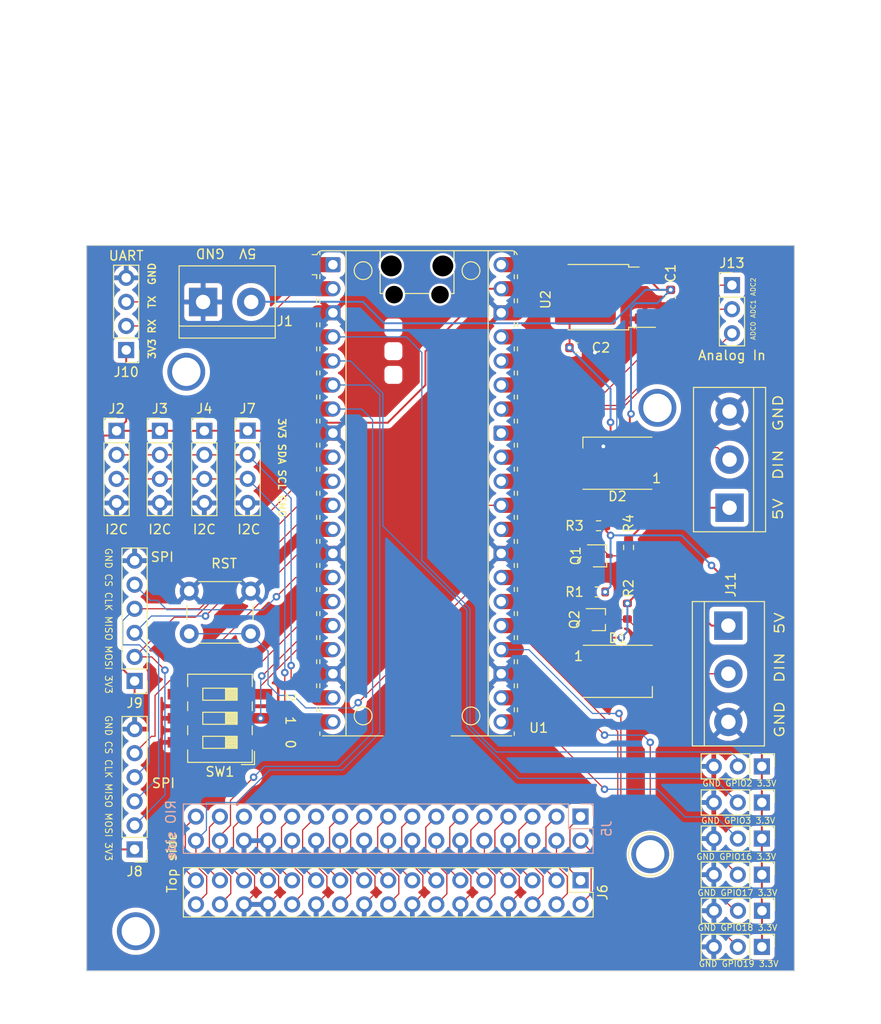
<source format=kicad_pcb>
(kicad_pcb (version 20221018) (generator pcbnew)
  (layers (0 "F.Cu" signal) (31 "B.Cu" signal) (34 "B.Paste" user) (35 "F.Paste" user) (36 "B.SilkS" user "B.Silkscreen") (37 "F.SilkS" user "F.Silkscreen") (38 "B.Mask" user) (39 "F.Mask" user) (44 "Edge.Cuts" user))
  (net 0 "")
  (net 7 "+5V")
  (net 8 "GND")
  (net 9 "+3.3V")
  (net 10 "Net-(D1-DOUT)")
  (net 11 "Net-(D1-DIN)")
  (net 12 "Net-(D2-DOUT)")
  (net 13 "Net-(D2-DIN)")
  (net 14 "/I2C1_SDA")
  (net 15 "/I2C1_SCL")
  (net 16 "/MXP_AO0")
  (net 17 "/MXP_AI0")
  (net 18 "/MXP_AO1")
  (net 19 "/MXP_AI1")
  (net 20 "AGND")
  (net 21 "/MXP_AI2")
  (net 22 "/MXP_AI3")
  (net 23 "/MXP_NAVX_UART_RX")
  (net 24 "/MXP_DIO0")
  (net 25 "/MXP_DIO1")
  (net 26 "/MXP_NAVX_UART_TX")
  (net 27 "/MXP_DIO2")
  (net 28 "/MXP_DIO3")
  (net 29 "/MXP_DIO11")
  (net 30 "/MXP_NAVX_CS")
  (net 31 "/MXP_SPI_CLK")
  (net 32 "/MXP_DIO12")
  (net 33 "/MXP_CIPO")
  (net 34 "/MXP_SPI_COPI")
  (net 35 "/MXP_DIO13")
  (net 36 "/MXP_PWM0")
  (net 37 "/MXP_PWM1")
  (net 38 "/MXP_PWM2")
  (net 39 "/MXP_I2C_SCL")
  (net 40 "/MXP_I2C_SDA")
  (net 41 "/UART0_RX")
  (net 42 "/UART0_TX")
  (net 43 "Net-(Q1-B)")
  (net 44 "/RGB_LED1")
  (net 45 "Net-(Q2-B)")
  (net 46 "/RGB_LED0")
  (net 47 "/ADDR_SW0")
  (net 48 "/ADDR_SW1")
  (net 49 "/ADDR_SW2")
  (net 50 "Net-(U1-RUN)")
  (net 51 "/SPI1_MOSI")
  (net 52 "/SPI1_MISO")
  (net 53 "/SPI1_CLK")
  (net 54 "/SPI1_CS0")
  (net 55 "/SPI1_CS1")
  (net 56 "/MXP_+5V")
  (net 57 "/MXP_+3.3V")
  (net 58 "/ADC2")
  (net 59 "/ADC1")
  (net 60 "/ADC0")
  (net 61 "/GPIO2")
  (net 62 "/GPIO3")
  (net 63 "/GPIO16")
  (net 64 "/GPIO17")
  (net 65 "/GPIO18")
  (net 66 "/GPIO19")
  (footprint "Connector_PinHeader_2.54mm:PinHeader_1x04_P2.54mm_Vertical" (layer "F.Cu") (at 111.633 81.417)
    (fp_text reference "J4")
    (fp_text value "I2C 2" hide)
  )
  (footprint "Package_TO_SOT_SMD:TO-252-2" (layer "F.Cu") (at 153.162 67.31 180)
    (fp_text reference "U2")
    (fp_text value "NCP1117-3.3_TO252" hide)
  )
  (footprint "Connector_PinHeader_2.54mm:PinHeader_1x06_P2.54mm_Vertical" (layer "F.Cu") (at 104.267 107.823 180)
    (fp_text reference "J9")
    (fp_text value "SPI")
  )
  (footprint "Capacitor_SMD:C_0603_1608Metric" (layer "F.Cu") (at 160.909 67.31 -90)
    (fp_text reference "C1")
    (fp_text value "10uF")
  )
  (footprint "TerminalBlock:TerminalBlock_bornier-3_P5.08mm" (layer "F.Cu") (at 167.005 101.981 -90)
    (fp_text reference "J11")
    (fp_text value "LED 0")
  )
  (footprint "Connector_PinHeader_2.54mm:PinHeader_1x03_P2.54mm_Vertical" (layer "F.Cu") (at 170.561 132.08 -90)
    (fp_text reference "J21" hide)
    (fp_text value "Conn_01x03_Pin" hide)
  )
  (footprint "Connector_PinHeader_2.54mm:PinHeader_1x03_P2.54mm_Vertical" (layer "F.Cu") (at 170.546 120.65 -90)
    (fp_text reference "J18" hide)
    (fp_text value "Conn_01x03_Pin" hide)
  )
  (footprint "Connector_PinHeader_2.54mm:PinHeader_1x03_P2.54mm_Vertical" (layer "F.Cu") (at 170.546 124.46 -90)
    (fp_text reference "J19" hide)
    (fp_text value "Conn_01x03_Pin" hide)
  )
  (footprint "Connector_PinHeader_2.54mm:PinHeader_1x03_P2.54mm_Vertical" (layer "F.Cu") (at 170.546 128.27 -90)
    (fp_text reference "J20" hide)
    (fp_text value "Conn_01x03_Pin" hide)
  )
  (footprint "TestPoint:TestPoint_Plated_Hole_D3.0mm" (layer "F.Cu") (at 158.75 126.111)
    (fp_text reference "H1" hide)
    (fp_text value "TestPoint_Plated_Hole_D3.0mm" hide)
  )
  (footprint "TerminalBlock:TerminalBlock_bornier-2_P5.08mm" (layer "F.Cu") (at 111.506 67.818)
    (fp_text reference "J1")
    (fp_text value "5V in")
  )
  (footprint "Module_RaspberryPi_Pico:RaspberryPi_Pico_Common" (layer "F.Cu") (at 134.112 88.011)
    (fp_text reference "U1")
    (fp_text value "RaspberryPi_Pico")
  )
  (footprint "Resistor_SMD:R_0603_1608Metric" (layer "F.Cu") (at 156.337 100.457 -90)
    (fp_text reference "R2")
    (fp_text value "1k")
  )
  (footprint "LED_SMD:LED_WS2812B_PLCC4_5.0x5.0mm_P3.2mm" (layer "F.Cu") (at 155.321 106.807)
    (fp_text reference "D1")
    (fp_text value "WS2812B")
  )
  (footprint "Connector_PinHeader_2.54mm:PinHeader_1x03_P2.54mm_Vertical" (layer "F.Cu") (at 167.386 66.04)
    (fp_text reference "J13")
    (fp_text value "Analog In")
  )
  (footprint "Connector_PinHeader_2.54mm:PinHeader_1x04_P2.54mm_Vertical" (layer "F.Cu") (at 102.362 81.417)
    (fp_text reference "J2")
    (fp_text value "I2C")
  )
  (footprint "Capacitor_SMD:C_0603_1608Metric" (layer "F.Cu") (at 150.99 72.644)
    (fp_text reference "C2")
    (fp_text value "10uF")
  )
  (footprint "Resistor_SMD:R_0603_1608Metric" (layer "F.Cu") (at 153.289 91.44 180)
    (fp_text reference "R3")
    (fp_text value "10k")
  )
  (footprint "Package_TO_SOT_SMD:SOT-323_SC-70" (layer "F.Cu") (at 153.416 94.615)
    (fp_text reference "Q1")
    (fp_text value "BC849W" hide)
  )
  (footprint "Connector_PinHeader_2.54mm:PinHeader_1x04_P2.54mm_Vertical" (layer "F.Cu") (at 103.378 72.888 180)
    (fp_text reference "J10")
    (fp_text value "UART")
  )
  (footprint "" (layer "F.Cu") (at 109.728 75.184)
    (fp_text reference "")
    (fp_text value "")
  )
  (footprint "" (layer "F.Cu") (at 159.512 78.994)
    (fp_text reference "")
    (fp_text value "")
  )
  (footprint "Button_Switch_THT:SW_PUSH_6mm" (layer "F.Cu") (at 110.034 98.334)
    (fp_text reference "SW2" hide)
    (fp_text value "SW_Push")
  )
  (footprint "Button_Switch_SMD:SW_DIP_SPSTx03_Slide_6.7x9.18mm_W8.61mm_P2.54mm_LowProfile" (layer "F.Cu") (at 113.284 111.76 180)
    (fp_text reference "SW1")
    (fp_text value "SW_DIP_x03")
  )
  (footprint "Resistor_SMD:R_0603_1608Metric" (layer "F.Cu") (at 156.464 93.726 -90)
    (fp_text reference "R4")
    (fp_text value "1k")
  )
  (footprint "LED_SMD:LED_WS2812B_PLCC4_5.0x5.0mm_P3.2mm" (layer "F.Cu") (at 155.284 84.835 180)
    (fp_text reference "D2")
    (fp_text value "WS2812B")
  )
  (footprint "Connector_PinHeader_2.54mm:PinHeader_2x17_P2.54mm_Vertical" (layer "F.Cu") (at 151.388999 128.866863 -90)
    (fp_text reference "J6")
    (fp_text value "Top side")
  )
  (footprint "TerminalBlock:TerminalBlock_bornier-3_P5.08mm" (layer "F.Cu") (at 167.132 89.535 90)
    (fp_text reference "J12" hide)
    (fp_text value "LED 1" hide)
  )
  (footprint "Resistor_SMD:R_0603_1608Metric" (layer "F.Cu") (at 153.162 98.425 180)
    (fp_text reference "R1")
    (fp_text value "10k")
  )
  (footprint "Connector_PinHeader_2.54mm:PinHeader_1x04_P2.54mm_Vertical" (layer "F.Cu") (at 116.205 81.407)
    (fp_text reference "J7")
    (fp_text value "I2C 3" hide)
  )
  (footprint "Package_TO_SOT_SMD:SOT-323_SC-70" (layer "F.Cu") (at 153.289 101.346)
    (fp_text reference "Q2")
    (fp_text value "BC849W" hide)
  )
  (footprint "Connector_PinHeader_2.54mm:PinHeader_1x03_P2.54mm_Vertical" (layer "F.Cu") (at 170.546 116.84 -90)
    (fp_text reference "J17" hide)
    (fp_text value "Conn_01x03_Pin" hide)
  )
  (footprint "Connector_PinHeader_2.54mm:PinHeader_1x03_P2.54mm_Vertical" (layer "F.Cu") (at 170.546 135.89 -90)
    (fp_text reference "J22" hide)
    (fp_text value "Conn_01x03_Pin" hide)
  )
  (footprint "Connector_PinHeader_2.54mm:PinHeader_1x06_P2.54mm_Vertical" (layer "F.Cu") (at 104.267 125.603 180)
    (fp_text reference "J8")
    (fp_text value "SPI 0")
  )
  (footprint "" (layer "F.Cu") (at 104.394 134.239)
    (fp_text reference "H2")
    (fp_text value "2")
  )
  (footprint "Connector_PinHeader_2.54mm:PinHeader_1x04_P2.54mm_Vertical" (layer "F.Cu") (at 106.934 81.417)
    (fp_text reference "J3")
    (fp_text value "I2C 1" hide)
  )
  (footprint "Connector_PinSocket_2.54mm:PinSocket_2x17_P2.54mm_Vertical" (layer "B.Cu") (at 151.384 122.140862 90)
    (fp_text reference "J5")
    (fp_text value "RIO side")
  )
  (gr_rect (start 99.187 61.849) (end 173.99 138.43) (stroke (width 0.1)) (fill none) (layer "Edge.Cuts"))
  (gr_text "5V  GND" (at 117.221 62.103 180) (layer "F.SilkS") (effects (font (size 1 1)) (justify left bottom)))
  (gr_text "GND GPIO18 3.3V" (at 163.703 134.239) (layer "F.SilkS") (effects (font (size 0.635 0.635) (thickness 0.09525)) (justify left bottom)))
  (gr_text "GND GPIO16 3.3V" (at 163.576 126.746) (layer "F.SilkS") (effects (font (size 0.635 0.635) (thickness 0.09525)) (justify left bottom)))
  (gr_text "SPI" (at 107.315 118.618) (layer "F.SilkS") (effects (font (size 1 1))))
  (gr_text "I2C" (at 116.332 91.821) (layer "F.SilkS") (effects (font (size 1 1))))
  (gr_text "5V  DIN  GND" (at 172.847 90.932 90) (layer "F.SilkS") (effects (font (size 1 1.27)) (justify left bottom)))
  (gr_text "GND GPIO19 3.3V" (at 163.83 138.049) (layer "F.SilkS") (effects (font (size 0.635 0.635) (thickness 0.09525)) (justify left bottom)))
  (gr_text "GND CS CLK MISO MOSI 3V3" (at 101.092 111.379 270) (layer "F.SilkS") (effects (font (size 0.7112 0.7112) (thickness 0.1016)) (justify left bottom)))
  (gr_text "I2C" (at 106.934 91.821) (layer "F.SilkS") (effects (font (size 1 1))))
  (gr_text "2  1  0" (at 120.142 108.966 270) (layer "F.SilkS") (effects (font (size 1 1)) (justify left bottom)))
  (gr_text "3V3 SDA SCL GND" (at 119.38 80.01 270) (layer "F.SilkS") (effects (font (size 0.762 0.762)) (justify left bottom)))
  (gr_text "ADC0 ADC1 ADC2" (at 169.926 71.882 90) (layer "F.SilkS") (effects (font (size 0.508 0.508) (thickness 0.0762)) (justify left bottom)))
  (gr_text "GND GPIO3 3.3V" (at 164.084 122.936) (layer "F.SilkS") (effects (font (size 0.635 0.635) (thickness 0.09525)) (justify left bottom)))
  (gr_text "GND CS CLK MISO MOSI 3V3" (at 101.092 93.726 270) (layer "F.SilkS") (effects (font (size 0.7112 0.7112) (thickness 0.1016)) (justify left bottom)))
  (gr_text "GND GPIO2 3.3V" (at 164.211 118.999) (layer "F.SilkS") (effects (font (size 0.635 0.635) (thickness 0.09525)) (justify left bottom)))
  (gr_text "GND  DIN  5V" (at 171.831 113.919 90) (layer "F.SilkS") (effects (font (size 1 1.27)) (justify left top)))
  (gr_text "3V3 RX  TX  GND" (at 106.553 73.914 90) (layer "F.SilkS") (effects (font (size 0.762 0.762)) (justify left bottom)))
  (gr_text "I2C" (at 111.633 91.821) (layer "F.SilkS") (effects (font (size 1 1))))
  (gr_text "RST" (at 112.268 96.012) (layer "F.SilkS") (effects (font (size 1 1)) (justify left bottom)))
  (gr_text "GND GPIO17 3.3V" (at 163.703 130.556) (layer "F.SilkS") (effects (font (size 0.635 0.635) (thickness 0.09525)) (justify left bottom)))
  (segment (start 161.796 86.485) (end 164.846 89.535) (width 0.2032) (layer "F.Cu") (net 7))
  (segment (start 161.925 98.679) (end 165.227 101.981) (width 0.2032) (layer "F.Cu") (net 7))
  (segment (start 157.29 98.679) (end 161.925 98.679) (width 0.2032) (layer "F.Cu") (net 7))
  (segment (start 156.464 92.901) (end 157.734 91.631) (width 0.2032) (layer "F.Cu") (net 7))
  (segment (start 159.707 66.535) (end 160.909 66.535) (width 0.2032) (layer "F.Cu") (net 7))
  (segment (start 157.734 94.171) (end 157.734 98.235) (width 0.2032) (layer "F.Cu") (net 7))
  (segment (start 156.591 85.852) (end 156.591 79.756) (width 0.2032) (layer "F.Cu") (net 7))
  (segment (start 157.734 91.631) (end 157.734 86.485) (width 0.2032) (layer "F.Cu") (net 7))
  (segment (start 157.734 98.235) (end 157.29 98.679) (width 0.2032) (layer "F.Cu") (net 7))
  (segment (start 152.871 105.157) (end 154.777 103.251) (width 0.2032) (layer "F.Cu") (net 7))
  (segment (start 157.224 86.485) (end 156.591 85.852) (width 0.2032) (layer "F.Cu") (net 7))
  (segment (start 157.734 86.485) (end 157.224 86.485) (width 0.2032) (layer "F.Cu") (net 7))
  (segment (start 164.846 89.535) (end 167.132 89.535) (width 0.2032) (layer "F.Cu") (net 7))
  (segment (start 156.337 99.632) (end 157.29 98.679) (width 0.2032) (layer "F.Cu") (net 7))
  (segment (start 156.464 92.901) (end 157.734 94.171) (width 0.2032) (layer "F.Cu") (net 7))
  (segment (start 156.591 79.756) (end 156.718 79.629) (width 0.2032) (layer "F.Cu") (net 7))
  (segment (start 154.777 103.251) (end 155.702 103.251) (width 0.2032) (layer "F.Cu") (net 7))
  (segment (start 157.734 86.485) (end 161.796 86.485) (width 0.2032) (layer "F.Cu") (net 7))
  (segment (start 165.227 101.981) (end 167.005 101.981) (width 0.2032) (layer "F.Cu") (net 7))
  (segment (start 158.202 65.03) (end 159.707 66.535) (width 0.2032) (layer "F.Cu") (net 7))
  (via (at 155.702 103.251) (size 0.8) (drill 0.4) (layers "F.Cu" "B.Cu") (net 7))
  (via (at 156.718 79.629) (size 0.8) (drill 0.4) (layers "F.Cu" "B.Cu") (net 7))
  (via (at 156.337 99.632) (size 0.8) (drill 0.4) (layers "F.Cu" "B.Cu") (net 7))
  (via (at 160.909 66.535) (size 0.8) (drill 0.4) (layers "F.Cu" "B.Cu") (net 7))
  (segment (start 157.226 67.945) (end 159.499 67.945) (width 0.2032) (layer "B.Cu") (net 7))
  (segment (start 156.718 79.629) (end 156.718 68.453) (width 0.2032) (layer "B.Cu") (net 7))
  (segment (start 156.337 102.616) (end 156.337 99.632) (width 0.2032) (layer "B.Cu") (net 7))
  (segment (start 130.6416 70.0626) (end 154.7274 70.0626) (width 0.2032) (layer "B.Cu") (net 7))
  (segment (start 159.499 67.945) (end 160.909 66.535) (width 0.2032) (layer "B.Cu") (net 7))
  (segment (start 158.255 66.535) (end 160.909 66.535) (width 0.2032) (layer "B.Cu") (net 7))
  (segment (start 116.61 67.794) (end 128.373 67.794) (width 0.2032) (layer "B.Cu") (net 7))
  (segment (start 156.718 68.453) (end 157.226 67.945) (width 0.2032) (layer "B.Cu") (net 7))
  (segment (start 154.7274 70.0626) (end 158.255 66.535) (width 0.2032) (layer "B.Cu") (net 7))
  (segment (start 155.702 103.251) (end 156.337 102.616) (width 0.2032) (layer "B.Cu") (net 7))
  (segment (start 128.373 67.794) (end 130.6416 70.0626) (width 0.2032) (layer "B.Cu") (net 7))
  (segment (start 128.524 127.287137) (end 129.666999 128.430136) (width 0.127) (layer "F.Cu") (net 8))
  (segment (start 139.802499 130.293363) (end 138.688999 131.406863) (width 0.127) (layer "F.Cu") (net 8))
  (segment (start 124.586999 130.268863) (end 123.448999 131.406863) (width 0.127) (layer "F.Cu") (net 8))
  (segment (start 118.364 124.680862) (end 118.364 127.287137) (width 0.127) (layer "F.Cu") (net 8))
  (segment (start 152.273 73.152) (end 151.765 72.644) (width 0.127) (layer "F.Cu") (net 8))
  (segment (start 123.444 127.287137) (end 124.586999 128.430136) (width 0.127) (layer "F.Cu") (net 8))
  (segment (start 115.824 124.680862) (end 115.824 127.287137) (width 0.127) (layer "F.Cu") (net 8))
  (segment (start 123.444 124.680862) (end 123.444 127.287137) (width 0.127) (layer "F.Cu") (net 8))
  (segment (start 152.834 83.185) (end 153.67 83.185) (width 0.127) (layer "F.Cu") (net 8))
  (segment (start 119.482499 130.293363) (end 118.368999 131.406863) (width 0.127) (layer "F.Cu") (net 8))
  (segment (start 134.722499 130.293363) (end 133.608999 131.406863) (width 0.127) (layer "F.Cu") (net 8))
  (segment (start 133.604 127.220863) (end 134.722499 128.339362) (width 0.127) (layer "F.Cu") (net 8))
  (segment (start 138.684 127.287137) (end 139.802499 128.405636) (width 0.127) (layer "F.Cu") (net 8))
  (segment (start 151.765 72.644) (end 155.148 72.644) (width 0.127) (layer "F.Cu") (net 8))
  (segment (start 115.824 127.287137) (end 116.942499 128.405636) (width 0.127) (layer "F.Cu") (net 8))
  (segment (start 118.364 127.287137) (end 119.482499 128.405636) (width 0.127) (layer "F.Cu") (net 8))
  (segment (start 133.604 124.680862) (end 133.604 127.220863) (width 0.127) (layer "F.Cu") (net 8))
  (segment (start 139.802499 128.405636) (end 139.802499 130.293363) (width 0.127) (layer "F.Cu") (net 8))
  (segment (start 144.906999 130.268863) (end 143.768999 131.406863) (width 0.127) (layer "F.Cu") (net 8))
  (segment (start 119.482499 128.405636) (end 119.482499 130.293363) (width 0.127) (layer "F.Cu") (net 8))
  (segment (start 116.942499 128.405636) (end 116.942499 130.293363) (width 0.127) (layer "F.Cu") (net 8))
  (segment (start 134.722499 128.339362) (end 134.722499 130.293363) (width 0.127) (layer "F.Cu") (net 8))
  (segment (start 138.684 124.680862) (end 138.684 127.287137) (width 0.127) (layer "F.Cu") (net 8))
  (segment (start 143.764 124.680862) (end 143.764 127.287137) (width 0.127) (layer "F.Cu") (net 8))
  (segment (start 124.586999 128.430136) (end 124.586999 130.268863) (width 0.127) (layer "F.Cu") (net 8))
  (segment (start 152.908 73.152) (end 152.273 73.152) (width 0.127) (layer "F.Cu") (net 8))
  (segment (start 129.666999 128.430136) (end 129.666999 130.268863) (width 0.127) (layer "F.Cu") (net 8))
  (segment (start 128.524 124.680862) (end 128.524 127.287137) (width 0.127) (layer "F.Cu") (net 8))
  (segment (start 155.148 72.644) (end 158.202 69.59) (width 0.127) (layer "F.Cu") (net 8))
  (segment (start 143.764 127.287137) (end 144.906999 128.430136) (width 0.127) (layer "F.Cu") (net 8))
  (segment (start 144.906999 128.430136) (end 144.906999 130.268863) (width 0.127) (layer "F.Cu") (net 8))
  (segment (start 129.666999 130.268863) (end 128.528999 131.406863) (width 0.127) (layer "F.Cu") (net 8))
  (segment (start 116.942499 130.293363) (end 115.828999 131.406863) (width 0.127) (layer "F.Cu") (net 8))
  (segment (start 153.67 83.185) (end 153.797 83.058) (width 0.127) (layer "F.Cu") (net 8))
  (via (at 152.908 73.152) (size 0.8) (drill 0.4) (layers "F.Cu" "B.Cu") (net 8))
  (via (at 153.797 83.058) (size 0.8) (drill 0.4) (layers "F.Cu" "B.Cu") (net 8))
  (segment (start 153.797 83.058) (end 155.2225 81.6325) (width 0.127) (layer "B.Cu") (net 8))
  (segment (start 155.2225 75.4665) (end 152.908 73.152) (width 0.127) (layer "B.Cu") (net 8))
  (segment (start 155.2225 81.6325) (end 155.2225 75.4665) (width 0.127) (layer "B.Cu") (net 8))
  (segment (start 116.205 81.407) (end 111.643 81.407) (width 0.2032) (layer "F.Cu") (net 9))
  (segment (start 170.546 132.065) (end 170.561 132.08) (width 0.2032) (layer "F.Cu") (net 9))
  (segment (start 150.227 72.632) (end 150.227 68.835) (width 0.2032) (layer "F.Cu") (net 9))
  (segment (start 170.561 135.875) (end 170.546 135.89) (width 0.2032) (layer "F.Cu") (net 9))
  (segment (start 104.267 109.474) (end 102.235 111.506) (width 0.2032) (layer "F.Cu") (net 9))
  (segment (start 120.8626 80.5594) (end 131.0226 80.5594) (width 0.2032) (layer "F.Cu") (net 9))
  (segment (start 104.267 107.823) (end 104.267 109.474) (width 0.2032) (layer "F.Cu") (net 9))
  (segment (start 100.965 81.915) (end 101.864 81.915) (width 0.2032) (layer "F.Cu") (net 9))
  (segment (start 102.235 125.349) (end 102.489 125.603) (width 0.2032) (layer "F.Cu") (net 9))
  (segment (start 120.015 81.407) (end 120.8626 80.5594) (width 0.2032) (layer "F.Cu") (net 9))
  (segment (start 111.643 81.407) (end 111.633 81.417) (width 0.2032) (layer "F.Cu") (net 9))
  (segment (start 141.605 66.421) (end 143.002 66.421) (width 0.2032) (layer "F.Cu") (net 9))
  (segment (start 102.235 111.506) (end 102.235 125.349) (width 0.2032) (layer "F.Cu") (net 9))
  (segment (start 103.378 80.401) (end 102.362 81.417) (width 0.2032) (layer "F.Cu") (net 9))
  (segment (start 170.561 132.08) (end 170.561 135.875) (width 0.2032) (layer "F.Cu") (net 9))
  (segment (start 102.489 125.603) (end 104.267 125.603) (width 0.2032) (layer "F.Cu") (net 9))
  (segment (start 170.546 100.95) (end 165.227 95.631) (width 0.2032) (layer "F.Cu") (net 9))
  (segment (start 154.114 92.011) (end 154.559 92.456) (width 0.2032) (layer "F.Cu") (net 9))
  (segment (start 170.546 124.46) (end 170.546 128.27) (width 0.2032) (layer "F.Cu") (net 9))
  (segment (start 104.267 107.823) (end 102.235 105.791) (width 0.2032) (layer "F.Cu") (net 9))
  (segment (start 154.114 91.44) (end 154.114 92.011) (width 0.2032) (layer "F.Cu") (net 9))
  (segment (start 170.546 116.84) (end 170.546 120.65) (width 0.2032) (layer "F.Cu") (net 9))
  (segment (start 106.934 81.417) (end 102.362 81.417) (width 0.2032) (layer "F.Cu") (net 9))
  (segment (start 102.235 105.791) (end 102.235 91.821) (width 0.2032) (layer "F.Cu") (net 9))
  (segment (start 170.546 116.84) (end 170.546 100.95) (width 0.2032) (layer "F.Cu") (net 9))
  (segment (start 135.001 76.581) (end 135.001 73.025) (width 0.2032) (layer "F.Cu") (net 9))
  (segment (start 154.559 90.995) (end 154.559 80.518) (width 0.2032) (layer "F.Cu") (net 9))
  (segment (start 116.205 81.407) (end 120.015 81.407) (width 0.2032) (layer "F.Cu") (net 9))
  (segment (start 111.633 81.417) (end 106.934 81.417) (width 0.2032) (layer "F.Cu") (net 9))
  (segment (start 103.378 72.888) (end 103.378 80.401) (width 0.2032) (layer "F.Cu") (net 9))
  (segment (start 154.114 91.44) (end 154.559 90.995) (width 0.2032) (layer "F.Cu") (net 9))
  (segment (start 100.965 90.551) (end 100.965 81.915) (width 0.2032) (layer "F.Cu") (net 9))
  (segment (start 170.546 128.27) (end 170.546 132.065) (width 0.2032) (layer "F.Cu") (net 9))
  (segment (start 102.235 91.821) (end 100.965 90.551) (width 0.2032) (layer "F.Cu") (net 9))
  (segment (start 131.0226 80.5594) (end 135.001 76.581) (width 0.2032) (layer "F.Cu") (net 9))
  (segment (start 101.864 81.915) (end 102.362 81.417) (width 0.2032) (layer "F.Cu") (net 9))
  (segment (start 135.001 73.025) (end 141.605 66.421) (width 0.2032) (layer "F.Cu") (net 9))
  (segment (start 170.546 120.65) (end 170.546 124.46) (width 0.2032) (layer "F.Cu") (net 9))
  (segment (start 150.215 72.644) (end 150.227 72.632) (width 0.2032) (layer "F.Cu") (net 9))
  (segment (start 149.591 66.421) (end 150.227 65.785) (width 0.2032) (layer "F.Cu") (net 9))
  (segment (start 143.002 66.421) (end 149.591 66.421) (width 0.2032) (layer "F.Cu") (net 9))
  (via (at 165.227 95.631) (size 0.8) (drill 0.4) (layers "F.Cu" "B.Cu") (net 9))
  (via (at 150.215 72.644) (size 0.8) (drill 0.4) (layers "F.Cu" "B.Cu") (net 9))
  (via (at 153.987 98.425) (size 0.8) (drill 0.4) (layers "F.Cu" "B.Cu") (net 9))
  (via (at 154.559 92.456) (size 0.8) (drill 0.4) (layers "F.Cu" "B.Cu") (net 9))
  (via (at 154.559 80.518) (size 0.8) (drill 0.4) (layers "F.Cu" "B.Cu") (net 9))
  (segment (start 165.227 95.631) (end 162.052 92.456) (width 0.2032) (layer "B.Cu") (net 9))
  (segment (start 154.559 97.853) (end 153.987 98.425) (width 0.2032) (layer "B.Cu") (net 9))
  (segment (start 154.559 80.518) (end 154.559 76.988) (width 0.2032) (layer "B.Cu") (net 9))
  (segment (start 154.559 92.456) (end 154.559 97.853) (width 0.2032) (layer "B.Cu") (net 9))
  (segment (start 162.052 92.456) (end 154.559 92.456) (width 0.2032) (layer "B.Cu") (net 9))
  (segment (start 154.559 76.988) (end 150.215 72.644) (width 0.2032) (layer "B.Cu") (net 9))
  (segment (start 154.267 107.061) (end 167.005 107.061) (width 0.127) (layer "F.Cu") (net 10))
  (segment (start 152.871 108.457) (end 154.267 107.061) (width 0.127) (layer "F.Cu") (net 10))
  (segment (start 157.771 102.716) (end 157.771 105.157) (width 0.127) (layer "F.Cu") (net 11))
  (segment (start 154.289 101.346) (end 156.273 101.346) (width 0.127) (layer "F.Cu") (net 11))
  (segment (start 156.273 101.346) (end 156.337 101.282) (width 0.127) (layer "F.Cu") (net 11))
  (segment (start 156.337 101.282) (end 157.771 102.716) (width 0.127) (layer "F.Cu") (net 11))
  (segment (start 157.734 83.185) (end 165.862 83.185) (width 0.127) (layer "F.Cu") (net 12))
  (segment (start 165.862 83.185) (end 167.132 84.455) (width 0.127) (layer "F.Cu") (net 12))
  (segment (start 153.289 86.94) (end 153.289 93.488) (width 0.127) (layer "F.Cu") (net 13))
  (segment (start 152.834 86.485) (end 153.289 86.94) (width 0.127) (layer "F.Cu") (net 13))
  (segment (start 153.289 93.488) (end 154.416 94.615) (width 0.127) (layer "F.Cu") (net 13))
  (segment (start 156.4 94.615) (end 156.464 94.551) (width 0.127) (layer "F.Cu") (net 13))
  (segment (start 154.416 94.615) (end 156.4 94.615) (width 0.127) (layer "F.Cu") (net 13))
  (segment (start 125.222 109.601) (end 122.809 109.601) (width 0.127) (layer "F.Cu") (net 14))
  (segment (start 106.934 83.957) (end 111.633 83.957) (width 0.127) (layer "F.Cu") (net 14))
  (segment (start 116.195 83.957) (end 116.205 83.947) (width 0.127) (layer "F.Cu") (net 14))
  (segment (start 111.633 83.957) (end 116.195 83.957) (width 0.127) (layer "F.Cu") (net 14))
  (segment (start 102.362 83.957) (end 106.934 83.957) (width 0.127) (layer "F.Cu") (net 14))
  (segment (start 122.809 109.601) (end 120.805 107.597) (width 0.127) (layer "F.Cu") (net 14))
  (segment (start 120.805 107.597) (end 120.805 106.196312) (width 0.127) (layer "F.Cu") (net 14))
  (via (at 120.805 106.196312) (size 0.8) (drill 0.4) (layers "F.Cu" "B.Cu") (net 14))
  (segment (start 120.805 106.196312) (end 120.805 88.547) (width 0.127) (layer "B.Cu") (net 14))
  (segment (start 120.805 88.547) (end 116.205 83.947) (width 0.127) (layer "B.Cu") (net 14))
  (segment (start 122.428 112.141) (end 125.222 112.141) (width 0.127) (layer "F.Cu") (net 15))
  (segment (start 106.934 86.497) (end 111.633 86.497) (width 0.127) (layer "F.Cu") (net 15))
  (segment (start 116.195 86.497) (end 116.205 86.487) (width 0.127) (layer "F.Cu") (net 15))
  (segment (start 120.13688 106.939696) (end 120.13688 109.84988) (width 0.127) (layer "F.Cu") (net 15))
  (segment (start 111.633 86.497) (end 116.195 86.497) (width 0.127) (layer "F.Cu") (net 15))
  (segment (start 120.13688 109.84988) (end 122.428 112.141) (width 0.127) (layer "F.Cu") (net 15))
  (segment (start 102.362 86.497) (end 106.934 86.497) (width 0.127) (layer "F.Cu") (net 15))
  (via (at 120.13688 106.939696) (size 0.8) (drill 0.4) (layers "F.Cu" "B.Cu") (net 15))
  (segment (start 120.142 106.934576) (end 120.142 90.424) (width 0.127) (layer "B.Cu") (net 15))
  (segment (start 120.13688 106.939696) (end 120.142 106.934576) (width 0.127) (layer "B.Cu") (net 15))
  (segment (start 120.142 90.424) (end 116.205 86.487) (width 0.127) (layer "B.Cu") (net 15))
  (segment (start 152.502499 130.293363) (end 151.388999 131.406863) (width 0.127) (layer "F.Cu") (net 16))
  (segment (start 152.502499 125.799361) (end 152.502499 130.293363) (width 0.127) (layer "F.Cu") (net 16))
  (segment (start 151.384 124.680862) (end 152.502499 125.799361) (width 0.127) (layer "F.Cu") (net 16))
  (segment (start 147.7305 123.254362) (end 147.7305 127.748364) (width 0.127) (layer "F.Cu") (net 17))
  (segment (start 148.844 122.140862) (end 147.7305 123.254362) (width 0.127) (layer "F.Cu") (net 17))
  (segment (start 147.7305 127.748364) (end 148.848999 128.866863) (width 0.127) (layer "F.Cu") (net 17))
  (segment (start 148.844 124.680862) (end 148.844 127.287137) (width 0.127) (layer "F.Cu") (net 18))
  (segment (start 149.986999 128.430136) (end 149.986999 130.268863) (width 0.127) (layer "F.Cu") (net 18))
  (segment (start 149.986999 130.268863) (end 148.848999 131.406863) (width 0.127) (layer "F.Cu") (net 18))
  (segment (start 148.844 127.287137) (end 149.986999 128.430136) (width 0.127) (layer "F.Cu") (net 18))
  (segment (start 146.304 122.140862) (end 144.8775 123.567362) (width 0.127) (layer "F.Cu") (net 19))
  (segment (start 144.8775 127.435364) (end 146.308999 128.866863) (width 0.127) (layer "F.Cu") (net 19))
  (segment (start 144.8775 123.567362) (end 144.8775 127.435364) (width 0.127) (layer "F.Cu") (net 19))
  (segment (start 147.422499 128.405636) (end 147.422499 130.293363) (width 0.127) (layer "F.Cu") (net 20))
  (segment (start 146.304 124.680862) (end 146.304 127.287137) (width 0.127) (layer "F.Cu") (net 20))
  (segment (start 146.304 127.287137) (end 147.422499 128.405636) (width 0.127) (layer "F.Cu") (net 20))
  (segment (start 147.422499 130.293363) (end 146.308999 131.406863) (width 0.127) (layer "F.Cu") (net 20))
  (segment (start 142.3375 123.567362) (end 142.3375 127.435364) (width 0.127) (layer "F.Cu") (net 21))
  (segment (start 143.764 122.140862) (end 142.3375 123.567362) (width 0.127) (layer "F.Cu") (net 21))
  (segment (start 142.3375 127.435364) (end 143.768999 128.866863) (width 0.127) (layer "F.Cu") (net 21))
  (segment (start 139.7975 123.567362) (end 139.7975 127.435364) (width 0.127) (layer "F.Cu") (net 22))
  (segment (start 141.224 122.140862) (end 139.7975 123.567362) (width 0.127) (layer "F.Cu") (net 22))
  (segment (start 139.7975 127.435364) (end 141.228999 128.866863) (width 0.127) (layer "F.Cu") (net 22))
  (segment (start 142.342499 130.293363) (end 141.228999 131.406863) (width 0.127) (layer "F.Cu") (net 23))
  (segment (start 141.224 127.220863) (end 142.342499 128.339362) (width 0.127) (layer "F.Cu") (net 23))
  (segment (start 142.342499 128.339362) (end 142.342499 130.293363) (width 0.127) (layer "F.Cu") (net 23))
  (segment (start 141.224 124.680862) (end 141.224 127.220863) (width 0.127) (layer "F.Cu") (net 23))
  (segment (start 137.5705 127.748364) (end 138.688999 128.866863) (width 0.127) (layer "F.Cu") (net 24))
  (segment (start 137.5705 123.254362) (end 137.5705 127.748364) (width 0.127) (layer "F.Cu") (net 24))
  (segment (start 138.684 122.140862) (end 137.5705 123.254362) (width 0.127) (layer "F.Cu") (net 24))
  (segment (start 135.0305 127.748364) (end 136.148999 128.866863) (width 0.127) (layer "F.Cu") (net 25))
  (segment (start 135.0305 123.254362) (end 135.0305 127.748364) (width 0.127) (layer "F.Cu") (net 25))
  (segment (start 136.144 122.140862) (end 135.0305 123.254362) (width 0.127) (layer "F.Cu") (net 25))
  (segment (start 137.262499 130.293363) (end 136.148999 131.406863) (width 0.127) (layer "F.Cu") (net 26))
  (segment (start 137.262499 128.212362) (end 137.262499 130.293363) (width 0.127) (layer "F.Cu") (net 26))
  (segment (start 136.144 124.680862) (end 136.144 127.093863) (width 0.127) (layer "F.Cu") (net 26))
  (segment (start 136.144 127.093863) (end 137.262499 128.212362) (width 0.127) (layer "F.Cu") (net 26))
  (segment (start 132.4905 123.254361) (end 132.4905 127.748364) (width 0.127) (layer "F.Cu") (net 27))
  (segment (start 132.4905 127.748364) (end 133.608999 128.866863) (width 0.127) (layer "F.Cu") (net 27))
  (segment (start 133.604 122.140862) (end 132.4905 123.254361) (width 0.127) (layer "F.Cu") (net 27))
  (segment (start 129.9505 123.254362) (end 129.9505 127.748364) (width 0.127) (layer "F.Cu") (net 28))
  (segment (start 131.064 122.140862) (end 129.9505 123.254362) (width 0.127) (layer "F.Cu") (net 28))
  (segment (start 129.9505 127.748364) (end 131.068999 128.866863) (width 0.127) (layer "F.Cu") (net 28))
  (segment (start 131.064 127.287137) (end 132.182499 128.405636) (width 0.127) (layer "F.Cu") (net 29))
  (segment (start 132.182499 128.405636) (end 132.182499 130.293363) (width 0.127) (layer "F.Cu") (net 29))
  (segment (start 131.064 124.680862) (end 131.064 127.287137) (width 0.127) (layer "F.Cu") (net 29))
  (segment (start 132.182499 130.293363) (end 131.068999 131.406863) (width 0.127) (layer "F.Cu") (net 29))
  (segment (start 128.524 122.140862) (end 127.0975 123.567362) (width 0.127) (layer "F.Cu") (net 30))
  (segment (start 127.0975 123.567362) (end 127.0975 127.435364) (width 0.127) (layer "F.Cu") (net 30))
  (segment (start 127.0975 127.435364) (end 128.528999 128.866863) (width 0.127) (layer "F.Cu") (net 30))
  (segment (start 125.984 122.140862) (end 124.8705 123.254362) (width 0.127) (layer "F.Cu") (net 31))
  (segment (start 124.8705 123.254362) (end 124.8705 127.748364) (width 0.127) (layer "F.Cu") (net 31))
  (segment (start 124.8705 127.748364) (end 125.988999 128.866863) (width 0.127) (layer "F.Cu") (net 31))
  (segment (start 125.984 124.680862) (end 125.984 127.287137) (width 0.127) (layer "F.Cu") (net 32))
  (segment (start 125.984 127.287137) (end 127.102499 128.405636) (width 0.127) (layer "F.Cu") (net 32))
  (segment (start 127.102499 128.405636) (end 127.102499 130.293363) (width 0.127) (layer "F.Cu") (net 32))
  (segment (start 127.102499 130.293363) (end 125.988999 131.406863) (width 0.127) (layer "F.Cu") (net 32))
  (segment (start 122.0175 127.435364) (end 123.448999 128.866863) (width 0.127) (layer "F.Cu") (net 33))
  (segment (start 122.0175 123.567362) (end 122.0175 127.435364) (width 0.127) (layer "F.Cu") (net 33))
  (segment (start 123.444 122.140862) (end 122.0175 123.567362) (width 0.127) (layer "F.Cu") (net 33))
  (segment (start 119.7905 127.748364) (end 120.908999 128.866863) (width 0.127) (layer "F.Cu") (net 34))
  (segment (start 119.7905 123.254362) (end 119.7905 127.748364) (width 0.127) (layer "F.Cu") (net 34))
  (segment (start 120.904 122.140862) (end 119.7905 123.254362) (width 0.127) (layer "F.Cu") (net 34))
  (segment (start 120.904 124.680862) (end 120.904 127.287137) (width 0.127) (layer "F.Cu") (net 35))
  (segment (start 122.022499 130.293363) (end 120.908999 131.406863) (width 0.127) (layer "F.Cu") (net 35))
  (segment (start 122.022499 128.405636) (end 122.022499 130.293363) (width 0.127) (layer "F.Cu") (net 35))
  (segment (start 120.904 127.287137) (end 122.022499 128.405636) (width 0.127) (layer "F.Cu") (net 35))
  (segment (start 117.2505 123.254362) (end 117.2505 127.748364) (width 0.127) (layer "F.Cu") (net 36))
  (segment (start 117.2505 127.748364) (end 118.368999 128.866863) (width 0.127) (layer "F.Cu") (net 36))
  (segment (start 118.364 122.140862) (end 117.2505 123.254362) (width 0.127) (layer "F.Cu") (net 36))
  (segment (start 115.824 122.140862) (end 114.7105 123.254362) (width 0.127) (layer "F.Cu") (net 37))
  (segment (start 114.7105 123.254362) (end 114.7105 127.748364) (width 0.127) (layer "F.Cu") (net 37))
  (segment (start 114.7105 127.748364) (end 115.828999 128.866863) (width 0.127) (layer "F.Cu") (net 37))
  (segment (start 112.1705 127.748364) (end 113.288999 128.866863) (width 0.127) (layer "F.Cu") (net 38))
  (segment (start 112.1705 123.254362) (end 112.1705 127.748364) (width 0.127) (layer "F.Cu") (net 38))
  (segment (start 113.284 122.140862) (end 112.1705 123.254362) (width 0.127) (layer "F.Cu") (net 38))
  (segment (start 114.3975 123.059361) (end 114.3975 120.4255) (width 0.127) (layer "F.Cu") (net 39))
  (segment (start 114.426999 130.268863) (end 113.288999 131.406863) (width 0.127) (layer "F.Cu") (net 39))
  (segment (start 113.284 124.172861) (end 114.3975 123.059361) (width 0.127) (layer "F.Cu") (net 39))
  (segment (start 114.3975 120.4255) (end 116.84 117.983) (width 0.127) (layer "F.Cu") (net 39))
  (segment (start 113.284 127.287137) (end 114.426999 128.430136) (width 0.127) (layer "F.Cu") (net 39))
  (segment (start 113.284 124.680862) (end 113.284 127.287137) (width 0.127) (layer "F.Cu") (net 39))
  (segment (start 113.284 124.680862) (end 113.284 124.172861) (width 0.127) (layer "F.Cu") (net 39))
  (segment (start 114.426999 128.430136) (end 114.426999 130.268863) (width 0.127) (layer "F.Cu") (net 39))
  (via (at 116.84 117.983) (size 0.8) (drill 0.4) (layers "F.Cu" "B.Cu") (net 39))
  (segment (start 125.222 79.121) (end 128.27 79.121) (width 0.127) (layer "B.Cu") (net 39))
  (segment (start 129.413 113.284) (end 127 115.697) (width 0.127) (layer "B.Cu") (net 39))
  (segment (start 129.413 80.264) (end 129.413 113.284) (width 0.127) (layer "B.Cu") (net 39))
  (segment (start 127 115.697) (end 125.857 116.84) (width 0.127) (layer "B.Cu") (net 39))
  (segment (start 125.857 116.84) (end 125.73 116.84) (width 0.127) (layer "B.Cu") (net 39))
  (segment (start 117.983 116.84) (end 116.84 117.983) (width 0.127) (layer "B.Cu") (net 39))
  (segment (start 128.27 79.121) (end 129.413 80.264) (width 0.127) (layer "B.Cu") (net 39))
  (segment (start 125.73 116.84) (end 117.983 116.84) (width 0.127) (layer "B.Cu") (net 39))
  (segment (start 110.744 124.680862) (end 110.744 127.287137) (width 0.127) (layer "F.Cu") (net 40))
  (segment (start 110.744 127.287137) (end 111.886999 128.430136) (width 0.127) (layer "F.Cu") (net 40))
  (segment (start 111.886999 128.430136) (end 111.886999 130.268863) (width 0.127) (layer "F.Cu") (net 40))
  (segment (start 111.886999 130.268863) (end 110.748999 131.406863) (width 0.127) (layer "F.Cu") (net 40))
  (segment (start 111.8575 120.646361) (end 115.11497 120.646361) (width 0.127) (layer "B.Cu") (net 40))
  (segment (start 111.8575 123.567362) (end 111.8575 120.646361) (width 0.127) (layer "B.Cu") (net 40))
  (segment (start 118.540331 117.221) (end 126.238 117.221) (width 0.127) (layer "B.Cu") (net 40))
  (segment (start 126.238 117.221) (end 130.175 113.284) (width 0.127) (layer "B.Cu") (net 40))
  (segment (start 130.175 77.597) (end 129.159 76.581) (width 0.127) (layer "B.Cu") (net 40))
  (segment (start 115.11497 120.646361) (end 118.540331 117.221) (width 0.127) (layer "B.Cu") (net 40))
  (segment (start 130.175 113.284) (end 130.175 77.597) (width 0.127) (layer "B.Cu") (net 40))
  (segment (start 129.159 76.581) (end 125.222 76.581) (width 0.127) (layer "B.Cu") (net 40))
  (segment (start 110.744 124.680862) (end 111.8575 123.567362) (width 0.127) (layer "B.Cu") (net 40))
  (segment (start 121.412 66.421) (end 125.222 66.421) (width 0.127) (layer "F.Cu") (net 41))
  (segment (start 103.378 70.348) (end 117.485 70.348) (width 0.127) (layer "F.Cu") (net 41))
  (segment (start 117.485 70.348) (end 121.412 66.421) (width 0.127) (layer "F.Cu") (net 41))
  (segment (start 125.222 63.881) (end 108.712 63.881) (width 0.127) (layer "F.Cu") (net 42))
  (segment (start 108.712 63.881) (end 104.785 67.808) (width 0.127) (layer "F.Cu") (net 42))
  (segment (start 104.785 67.808) (end 103.378 67.808) (width 0.127) (layer "F.Cu") (net 42))
  (segment (start 152.464 91.44) (end 152.416 91.488) (width 0.127) (layer "F.Cu") (net 43))
  (segment (start 152.416 91.488) (end 152.416 93.965) (width 0.127) (layer "F.Cu") (net 43))
  (segment (start 149.098 96.901) (end 150.734 95.265) (width 0.127) (layer "F.Cu") (net 44))
  (segment (start 150.734 95.265) (end 152.416 95.265) (width 0.127) (layer "F.Cu") (net 44))
  (segment (start 143.002 96.901) (end 149.098 96.901) (width 0.127) (layer "F.Cu") (net 44))
  (segment (start 152.289 98.473) (end 152.289 100.696) (width 0.127) (layer "F.Cu") (net 45))
  (segment (start 152.337 98.425) (end 152.289 98.473) (width 0.127) (layer "F.Cu") (net 45))
  (segment (start 148.209 99.441) (end 150.764 101.996) (width 0.127) (layer "F.Cu") (net 46))
  (segment (start 143.002 99.441) (end 148.209 99.441) (width 0.127) (layer "F.Cu") (net 46))
  (segment (start 150.764 101.996) (end 152.289 101.996) (width 0.127) (layer "F.Cu") (net 46))
  (segment (start 116.7 113.398) (end 115.824 112.522) (width 0.127) (layer "F.Cu") (net 47))
  (segment (start 116.7 113.411) (end 116.7 113.398) (width 0.127) (layer "F.Cu") (net 47))
  (segment (start 115.824 112.522) (end 115.824 107.696) (width 0.127) (layer "F.Cu") (net 47))
  (segment (start 115.824 107.696) (end 124.079 99.441) (width 0.127) (layer "F.Cu") (net 47))
  (segment (start 117.589 114.3) (end 116.7 113.411) (width 0.127) (layer "F.Cu") (net 47))
  (segment (start 124.079 99.441) (end 125.222 99.441) (width 0.127) (layer "F.Cu") (net 47))
  (segment (start 125.222 101.981) (end 123.063 101.981) (width 0.127) (layer "F.Cu") (net 48))
  (segment (start 123.063 101.981) (end 117.729 107.315) (width 0.127) (layer "F.Cu") (net 48))
  (segment (start 117.729 107.315) (end 117.704688 107.290688) (width 0.127) (layer "F.Cu") (net 48))
  (via (at 117.704688 107.290688) (size 0.8) (drill 0.4) (layers "F.Cu" "B.Cu") (net 48))
  (via (at 117.589 111.76) (size 0.8) (drill 0.4) (layers "F.Cu" "B.Cu") (net 48))
  (segment (start 117.589 107.406376) (end 117.589 111.76) (width 0.127) (layer "B.Cu") (net 48))
  (segment (start 117.704688 107.290688) (end 117.589 107.406376) (width 0.127) (layer "B.Cu") (net 48))
  (segment (start 117.589 109.22) (end 117.589 108.344) (width 0.127) (layer "F.Cu") (net 49))
  (segment (start 121.412 104.521) (end 125.222 104.521) (width 0.127) (layer "F.Cu") (net 49))
  (segment (start 117.589 108.344) (end 121.412 104.521) (width 0.127) (layer "F.Cu") (net 49))
  (segment (start 141.478 89.281) (end 143.002 89.281) (width 0.127) (layer "F.Cu") (net 50))
  (segment (start 139.827 90.932) (end 141.478 89.281) (width 0.127) (layer "F.Cu") (net 50))
  (segment (start 139.827 98.171) (end 139.827 90.932) (width 0.127) (layer "F.Cu") (net 50))
  (segment (start 127.889 110.109) (end 139.827 98.171) (width 0.127) (layer "F.Cu") (net 50))
  (via (at 127.889 110.109) (size 0.8) (drill 0.4) (layers "F.Cu" "B.Cu") (net 50))
  (segment (start 122.3485 110.6645) (end 127.3335 110.6645) (width 0.127) (layer "B.Cu") (net 50))
  (segment (start 110.034 102.834) (end 116.534 102.834) (width 0.127) (layer "B.Cu") (net 50))
  (segment (start 119.507 109.347) (end 121.031 109.347) (width 0.127) (layer "B.Cu") (net 50))
  (segment (start 127.3335 110.6645) (end 127.889 110.109) (width 0.127) (layer "B.Cu") (net 50))
  (segment (start 116.534 102.834) (end 118.368188 104.668188) (width 0.127) (layer "B.Cu") (net 50))
  (segment (start 118.368188 108.208188) (end 119.507 109.347) (width 0.127) (layer "B.Cu") (net 50))
  (segment (start 121.031 109.347) (end 121.92 110.236) (width 0.127) (layer "B.Cu") (net 50))
  (segment (start 121.92 110.236) (end 122.3485 110.6645) (width 0.127) (layer "B.Cu") (net 50))
  (segment (start 118.368188 104.668188) (end 118.368188 108.208188) (width 0.127) (layer "B.Cu") (net 50))
  (segment (start 113.93063 96.901) (end 113.93063 97.859818) (width 0.127) (layer "F.Cu") (net 51))
  (segment (start 113.93063 97.859818) (end 110.698448 101.092) (width 0.127) (layer "F.Cu") (net 51))
  (segment (start 108.458 101.092) (end 104.267 105.283) (width 0.127) (layer "F.Cu") (net 51))
  (segment (start 110.698448 101.092) (end 108.458 101.092) (width 0.127) (layer "F.Cu") (net 51))
  (segment (start 125.222 86.741) (end 124.09063 86.741) (width 0.127) (layer "F.Cu") (net 51))
  (segment (start 106.073 105.283) (end 104.267 105.283) (width 0.127) (layer "F.Cu") (net 51))
  (segment (start 107.47 106.68) (end 106.073 105.283) (width 0.127) (layer "F.Cu") (net 51))
  (segment (start 124.09063 86.741) (end 113.93063 96.901) (width 0.127) (layer "F.Cu") (net 51))
  (via (at 107.47 106.68) (size 0.8) (drill 0.4) (layers "F.Cu" "B.Cu") (net 51))
  (segment (start 107.47 119.86) (end 107.47 106.68) (width 0.127) (layer "B.Cu") (net 51))
  (segment (start 104.267 123.063) (end 107.47 119.86) (width 0.127) (layer "B.Cu") (net 51))
  (segment (start 123.447072 89.281) (end 111.761536 100.966536) (width 0.127) (layer "F.Cu") (net 52))
  (segment (start 125.222 89.281) (end 123.447072 89.281) (width 0.127) (layer "F.Cu") (net 52))
  (via (at 111.761536 100.966536) (size 0.8) (drill 0.4) (layers "F.Cu" "B.Cu") (net 52))
  (segment (start 106.807 117.983) (end 104.267 120.523) (width 0.127) (layer "B.Cu") (net 52))
  (segment (start 104.267 102.743) (end 106.807 105.283) (width 0.127) (layer "B.Cu") (net 52))
  (segment (start 106.807 105.283) (end 106.807 117.983) (width 0.127) (layer "B.Cu") (net 52))
  (segment (start 106.043464 100.966536) (end 104.267 102.743) (width 0.127) (layer "B.Cu") (net 52))
  (segment (start 111.761536 100.966536) (end 106.043464 100.966536) (width 0.127) (layer "B.Cu") (net 52))
  (segment (start 125.222 84.201) (end 124.333 84.201) (width 0.127) (layer "F.Cu") (net 53))
  (segment (start 124.333 84.201) (end 113.03 95.504) (width 0.127) (layer "F.Cu") (net 53))
  (segment (start 111.125 100.203) (end 104.267 100.203) (width 0.127) (layer "F.Cu") (net 53))
  (segment (start 113.03 98.298) (end 111.125 100.203) (width 0.127) (layer "F.Cu") (net 53))
  (segment (start 113.03 95.504) (end 113.03 98.298) (width 0.127) (layer "F.Cu") (net 53))
  (segment (start 105.791 105.029) (end 104.775 104.013) (width 0.127) (layer "B.Cu") (net 53))
  (segment (start 104.267 117.983) (end 105.791 116.459) (width 0.127) (layer "B.Cu") (net 53))
  (segment (start 104.775 104.013) (end 102.997 104.013) (width 0.127) (layer "B.Cu") (net 53))
  (segment (start 105.791 116.459) (end 105.791 105.029) (width 0.127) (layer "B.Cu") (net 53))
  (segment (start 102.997 104.013) (end 102.997 101.473) (width 0.127) (layer "B.Cu") (net 53))
  (segment (start 102.997 101.473) (end 104.267 100.203) (width 0.127) (layer "B.Cu") (net 53))
  (segment (start 125.222 91.821) (end 124.09063 91.821) (width 0.127) (layer "F.Cu") (net 54))
  (segment (start 106.426 109.347) (end 106.426 113.665) (width 0.127) (layer "F.Cu") (net 54))
  (segment (start 118.364 97.54763) (end 118.364 98.679) (width 0.127) (layer "F.Cu") (net 54))
  (segment (start 124.09063 91.821) (end 118.364 97.54763) (width 0.127) (layer "F.Cu") (net 54))
  (segment (start 106.045 113.665) (end 104.267 115.443) (width 0.127) (layer "F.Cu") (net 54))
  (segment (start 118.364 98.679) (end 110.617 106.426) (width 0.127) (layer "F.Cu") (net 54))
  (segment (start 106.426 113.665) (end 106.045 113.665) (width 0.127) (layer "F.Cu") (net 54))
  (segment (start 110.617 106.426) (end 109.347 106.426) (width 0.127) (layer "F.Cu") (net 54))
  (segment (start 109.347 106.426) (end 106.426 109.347) (width 0.127) (layer "F.Cu") (net 54))
  (segment (start 125.222 96.901) (end 121.285 96.901) (width 0.127) (layer "F.Cu") (net 55))
  (segment (start 121.285 96.901) (end 119.253 98.933) (width 0.127) (layer "F.Cu") (net 55))
  (via (at 119.253 98.933) (size 0.8) (drill 0.4) (layers "F.Cu" "B.Cu") (net 55))
  (segment (start 116.459 100.33) (end 116.432036 100.303036) (width 0.127) (layer "B.Cu") (net 55))
  (segment (start 105.918 99.314) (end 104.267 97.663) (width 0.127) (layer "B.Cu") (net 55))
  (segment (start 116.432036 100.303036) (end 107.669036 100.303036) (width 0.127) (layer "B.Cu") (net 55))
  (segment (start 107.669036 100.303036) (end 106.68 99.314) (width 0.127) (layer "B.Cu") (net 55))
  (segment (start 119.253 98.933) (end 117.856 100.33) (width 0.127) (layer "B.Cu") (net 55))
  (segment (start 117.856 100.33) (end 116.459 100.33) (width 0.127) (layer "B.Cu") (net 55))
  (segment (start 106.68 99.314) (end 105.918 99.314) (width 0.127) (layer "B.Cu") (net 55))
  (segment (start 150.2705 127.748364) (end 151.388999 128.866863) (width 0.127) (layer "F.Cu") (net 56))
  (segment (start 150.2705 123.254362) (end 150.2705 127.748364) (width 0.127) (layer "F.Cu") (net 56))
  (segment (start 151.384 122.140862) (end 150.2705 123.254362) (width 0.127) (layer "F.Cu") (net 56))
  (segment (start 110.744 122.140862) (end 109.6305 123.254362) (width 0.127) (layer "F.Cu") (net 57))
  (segment (start 109.6305 127.748364) (end 110.748999 128.866863) (width 0.127) (layer "F.Cu") (net 57))
  (segment (start 109.6305 123.254362) (end 109.6305 127.748364) (width 0.127) (layer "F.Cu") (net 57))
  (segment (start 144.84137 78.413) (end 152.908 78.413) (width 0.127) (layer "F.Cu") (net 58))
  (segment (start 152.908 78.413) (end 165.281 66.04) (width 0.127) (layer "F.Cu") (net 58))
  (segment (start 144.13337 79.121) (end 144.84137 78.413) (width 0.127) (layer "F.Cu") (net 58))
  (segment (start 165.281 66.04) (end 167.386 66.04) (width 0.127) (layer "F.Cu") (net 58))
  (segment (start 143.002 79.121) (end 144.13337 79.121) (width 0.127) (layer "F.Cu") (net 58))
  (segment (start 146.857552 84.201) (end 152.318552 78.74) (width 0.127) (layer "F.Cu") (net 59))
  (segment (start 143.002 84.201) (end 146.857552 84.201) (width 0.127) (layer "F.Cu") (net 59))
  (segment (start 165.735 68.58) (end 167.386 68.58) (width 0.127) (layer "F.Cu") (net 59))
  (segment (start 155.575 78.74) (end 165.735 68.58) (width 0.127) (layer "F.Cu") (net 59))
  (segment (start 152.318552 78.74) (end 155.575 78.74) (width 0.127) (layer "F.Cu") (net 59))
  (segment (start 144.78 86.741) (end 143.002 86.741) (width 0.127) (layer "F.Cu") (net 60))
  (segment (start 160.401 74.422) (end 155.702 79.121) (width 0.127) (layer "F.Cu") (net 60))
  (segment (start 167.386 71.12) (end 164.084 74.422) (width 0.127) (layer "F.Cu") (net 60))
  (segment (start 155.702 79.121) (end 152.4 79.121) (width 0.127) (layer "F.Cu") (net 60))
  (segment (start 164.084 74.422) (end 160.401 74.422) (width 0.127) (layer "F.Cu") (net 60))
  (segment (start 152.4 79.121) (end 144.78 86.741) (width 0.127) (layer "F.Cu") (net 60))
  (segment (start 168.006 116.063) (end 168.006 116.84) (width 0.127) (layer "B.Cu") (net 61))
  (segment (start 125.222 71.501) (end 132.969 71.501) (width 0.127) (layer "B.Cu") (net 61))
  (segment (start 142.494 115.316) (end 167.259 115.316) (width 0.127) (layer "B.Cu") (net 61))
  (segment (start 167.259 115.316) (end 168.006 116.063) (width 0.127) (layer "B.Cu") (net 61))
  (segment (start 134.62 73.152) (end 134.62 95.103017) (width 0.127) (layer "B.Cu") (net 61))
  (segment (start 139.7 112.522) (end 142.494 115.316) (width 0.127) (layer "B.Cu") (net 61))
  (segment (start 132.969 71.501) (end 134.62 73.152) (width 0.127) (layer "B.Cu") (net 61))
  (segment (start 134.62 95.103017) (end 139.7 100.183017) (width 0.127) (layer "B.Cu") (net 61))
  (segment (start 139.7 100.183017) (end 139.7 112.522) (width 0.127) (layer "B.Cu") (net 61))
  (segment (start 139.373 112.657448) (end 144.825552 118.11) (width 0.127) (layer "B.Cu") (net 62))
  (segment (start 127.081448 74.041) (end 130.502 77.461552) (width 0.127) (layer "B.Cu") (net 62))
  (segment (start 130.502 91.459) (end 139.373 100.33) (width 0.127) (layer "B.Cu") (net 62))
  (segment (start 130.502 77.461552) (end 130.502 91.459) (width 0.127) (layer "B.Cu") (net 62))
  (segment (start 125.222 74.041) (end 127.081448 74.041) (width 0.127) (layer "B.Cu") (net 62))
  (segment (start 144.825552 118.11) (end 165.466 118.11) (width 0.127) (layer "B.Cu") (net 62))
  (segment (start 165.466 118.11) (end 168.006 120.65) (width 0.127) (layer "B.Cu") (net 62))
  (segment (start 139.373 100.33) (end 139.373 112.657448) (width 0.127) (layer "B.Cu") (net 62))
  (segment (start 153.924 119.253) (end 146.812 112.141) (width 0.127) (layer "F.Cu") (net 63))
  (segment (start 146.812 112.141) (end 143.002 112.141) (width 0.127) (layer "F.Cu") (net 63))
  (via (at 153.924 119.253) (size 0.8) (drill 0.4) (layers "F.Cu" "B.Cu") (net 63))
  (segment (start 162.433 122.174) (end 159.512 119.253) (width 0.127) (layer "B.Cu") (net 63))
  (segment (start 165.72 122.174) (end 162.433 122.174) (width 0.127) (layer "B.Cu") (net 63))
  (segment (start 168.006 124.46) (end 165.72 122.174) (width 0.127) (layer "B.Cu") (net 63))
  (segment (start 159.512 119.253) (end 153.924 119.253) (width 0.127) (layer "B.Cu") (net 63))
  (segment (start 158.75 120.904) (end 164.084 126.238) (width 0.127) (layer "F.Cu") (net 64))
  (segment (start 143.002 109.601) (end 149.987 109.601) (width 0.127) (layer "F.Cu") (net 64))
  (segment (start 158.75 114.3) (end 158.75 120.904) (width 0.127) (layer "F.Cu") (net 64))
  (segment (start 165.974 126.238) (end 168.006 128.27) (width 0.127) (layer "F.Cu") (net 64))
  (segment (start 164.084 126.238) (end 165.974 126.238) (width 0.127) (layer "F.Cu") (net 64))
  (segment (start 149.987 109.601) (end 153.924 113.538) (width 0.127) (layer "F.Cu") (net 64))
  (via (at 153.924 113.538) (size 0.8) (drill 0.4) (layers "F.Cu" "B.Cu") (net 64))
  (via (at 158.75 114.3) (size 0.8) (drill 0.4) (layers "F.Cu" "B.Cu") (net 64))
  (segment (start 157.988 113.538) (end 158.75 114.3) (width 0.127) (layer "B.Cu") (net 64))
  (segment (start 153.924 113.538) (end 157.988 113.538) (width 0.127) (layer "B.Cu") (net 64))
  (segment (start 155.648 128.978) (end 155.648 111.452) (width 0.127) (layer "F.Cu") (net 65))
  (segment (start 168.021 132.08) (end 167.701273 132.08) (width 0.127) (layer "F.Cu") (net 65))
  (segment (start 165.669273 130.048) (end 156.718 130.048) (width 0.127) (layer "F.Cu") (net 65))
  (segment (start 155.648 111.452) (end 155.448 111.252) (width 0.127) (layer "F.Cu") (net 65))
  (segment (start 167.701273 132.08) (end 165.669273 130.048) (width 0.127) (layer "F.Cu") (net 65))
  (segment (start 156.718 130.048) (end 155.648 128.978) (width 0.127) (layer "F.Cu") (net 65))
  (via (at 155.448 111.252) (size 0.8) (drill 0.4) (layers "F.Cu" "B.Cu") (net 65))
  (segment (start 152.654 111.252) (end 145.923 104.521) (width 0.127) (layer "B.Cu") (net 65))
  (segment (start 155.448 111.252) (end 152.654 111.252) (width 0.127) (layer "B.Cu") (net 65))
  (segment (start 145.923 104.521) (end 143.002 104.521) (width 0.127) (layer "B.Cu") (net 65))
  (segment (start 144.13337 101.981) (end 155.321 113.16863) (width 0.127) (layer "F.Cu") (net 66))
  (segment (start 166.355 134.239) (end 168.006 135.89) (width 0.127) (layer "F.Cu") (net 66))
  (segment (start 159.131 134.239) (end 166.355 134.239) (width 0.127) (layer "F.Cu") (net 66))
  (segment (start 155.321 113.16863) (end 155.321 130.429) (width 0.127) (layer "F.Cu") (net 66))
  (segment (start 155.321 130.429) (end 159.131 134.239) (width 0.127) (layer "F.Cu") (net 66))
  (segment (start 143.002 101.981) (end 144.13337 101.981) (width 0.127) (layer "F.Cu") (net 66))
  (zone (net 8) (net_name "GND") (layers "F&B.Cu") (connect_pads (clearance 0.5)) (min_thickness 0.25) (fill yes (thermal_gap 0.5) (thermal_bridge_width 0.5))
    (polygon (pts (xy 91.567 36.322) (xy 182.88 35.941) (xy 183.134 143.764) (xy 90.043 144.018)))
  )
)
</source>
